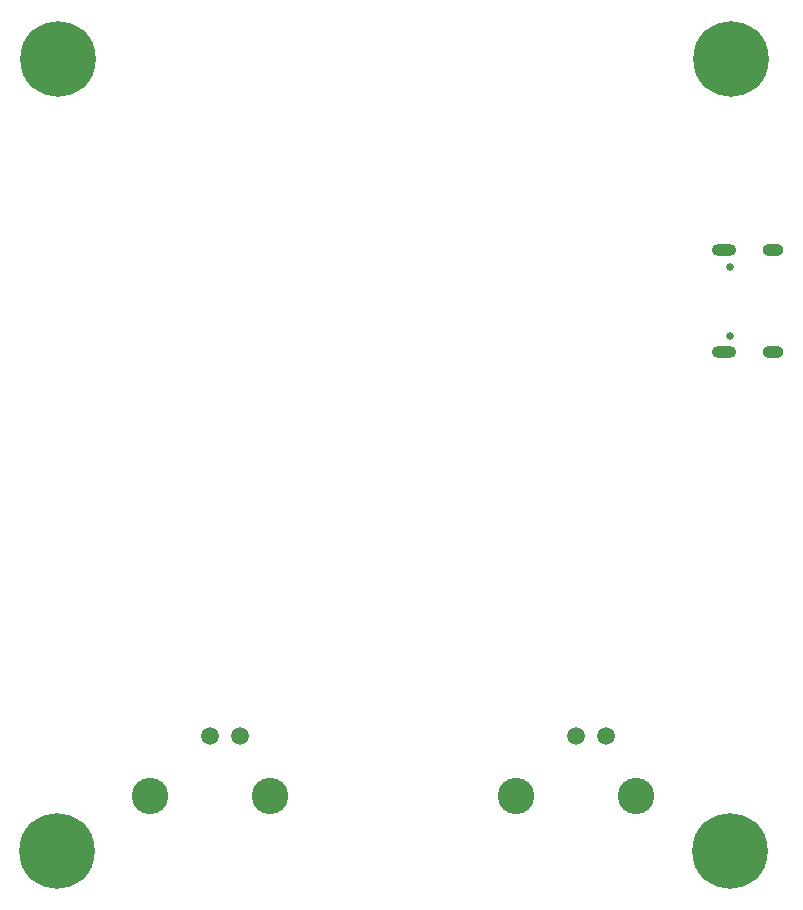
<source format=gbr>
%TF.GenerationSoftware,KiCad,Pcbnew,8.0.7*%
%TF.CreationDate,2025-05-23T18:18:51-03:00*%
%TF.ProjectId,uDAQ,75444151-2e6b-4696-9361-645f70636258,rev?*%
%TF.SameCoordinates,Original*%
%TF.FileFunction,Soldermask,Bot*%
%TF.FilePolarity,Negative*%
%FSLAX46Y46*%
G04 Gerber Fmt 4.6, Leading zero omitted, Abs format (unit mm)*
G04 Created by KiCad (PCBNEW 8.0.7) date 2025-05-23 18:18:51*
%MOMM*%
%LPD*%
G01*
G04 APERTURE LIST*
%ADD10O,1.800000X1.000000*%
%ADD11O,2.100000X1.000000*%
%ADD12C,0.650000*%
%ADD13C,6.400000*%
%ADD14C,3.090000*%
%ADD15C,1.509000*%
G04 APERTURE END LIST*
D10*
%TO.C,J201*%
X110650000Y-110180000D03*
D11*
X106470000Y-110180000D03*
D10*
X110650000Y-118820000D03*
D11*
X106470000Y-118820000D03*
D12*
X106970000Y-111610000D03*
X106970000Y-117400000D03*
%TD*%
D13*
%TO.C,MH4*%
X50075000Y-94000000D03*
%TD*%
%TO.C,MH3*%
X107075000Y-94000000D03*
%TD*%
%TO.C,MH2*%
X107000000Y-161000000D03*
%TD*%
%TO.C,MH1*%
X50000000Y-161000000D03*
%TD*%
D14*
%TO.C,J401*%
X88840000Y-156380000D03*
D15*
X96460000Y-151300000D03*
D14*
X99000000Y-156380000D03*
D15*
X93920000Y-151300000D03*
%TD*%
D14*
%TO.C,J301*%
X57840000Y-156380000D03*
D15*
X65460000Y-151300000D03*
D14*
X68000000Y-156380000D03*
D15*
X62920000Y-151300000D03*
%TD*%
M02*

</source>
